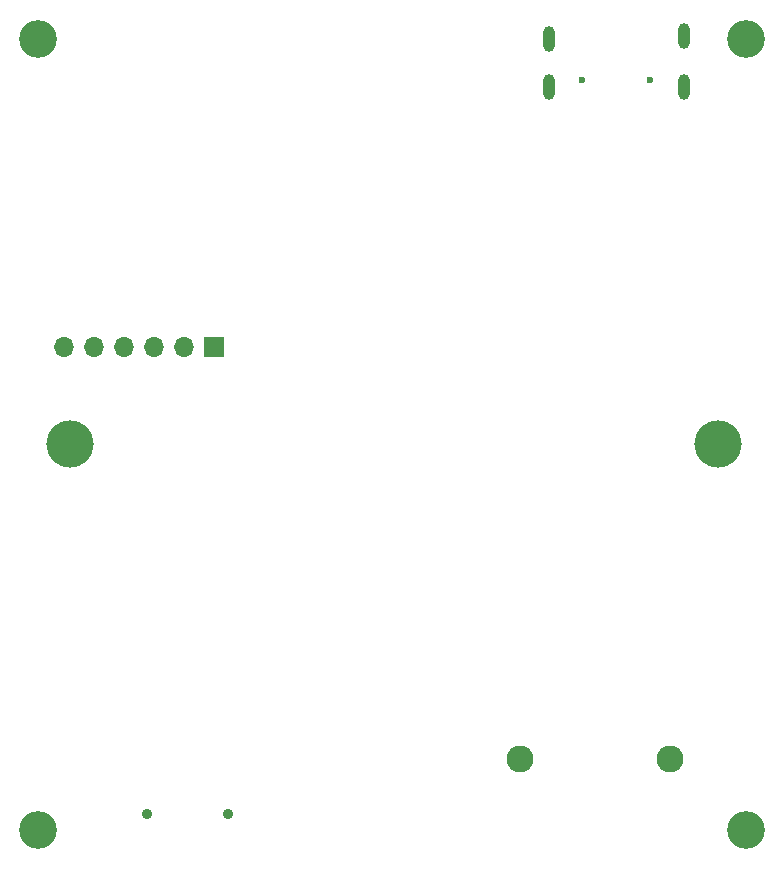
<source format=gbs>
%TF.GenerationSoftware,KiCad,Pcbnew,(6.0.7)*%
%TF.CreationDate,2022-11-21T20:08:05+01:00*%
%TF.ProjectId,Arbolito,4172626f-6c69-4746-9f2e-6b696361645f,rev?*%
%TF.SameCoordinates,Original*%
%TF.FileFunction,Soldermask,Bot*%
%TF.FilePolarity,Negative*%
%FSLAX46Y46*%
G04 Gerber Fmt 4.6, Leading zero omitted, Abs format (unit mm)*
G04 Created by KiCad (PCBNEW (6.0.7)) date 2022-11-21 20:08:05*
%MOMM*%
%LPD*%
G01*
G04 APERTURE LIST*
%ADD10C,3.2*%
%ADD11C,0.9*%
%ADD12C,0.6*%
%ADD13O,1X2.2*%
%ADD14R,1.7X1.7*%
%ADD15O,1.7X1.7*%
%ADD16C,2.286*%
%ADD17C,4*%
G04 APERTURE END LIST*
D10*
%TO.C,H3*%
X-0045000000Y-0079000000D02*
X0080000000Y0096000000D03*
%TD*%
D11*
%TO.C,SW1*%
X0029299999Y0030400000D03*
X0036099999Y0030400000D03*
%TD*%
D10*
%TO.C,H2*%
X0020000000Y0096000000D03*
%TD*%
D12*
%TO.C,P1*%
X0066110000Y0092550000D03*
X0071890000Y0092550000D03*
D13*
X0063275019Y0096032000D03*
X0063285000Y0091964307D03*
X0074732365Y0091964307D03*
X0074715000Y0096240000D03*
%TD*%
D10*
%TO.C,H4*%
X0020000000Y0029000000D03*
%TD*%
D14*
%TO.C,J2*%
X0034900000Y0069900000D03*
D15*
X0032360000Y0069900000D03*
X0029820000Y0069900000D03*
X0027280000Y0069900000D03*
X0024740000Y0069900000D03*
X0022200000Y0069900000D03*
%TD*%
D10*
%TO.C,H1*%
X0080000000Y0028999999D03*
%TD*%
D16*
%TO.C,J1*%
X0060879999Y0035040000D03*
X0073580000Y0035039999D03*
D17*
X0022780000Y0061710000D03*
X0077580000Y0061710000D03*
%TD*%
M02*
</source>
